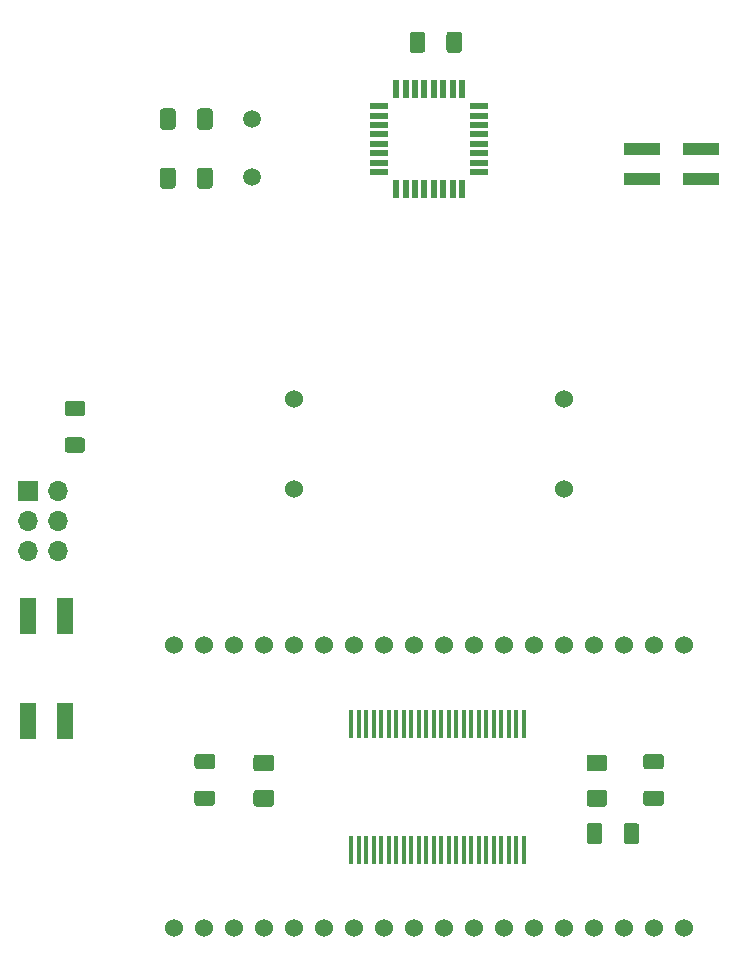
<source format=gbr>
%TF.GenerationSoftware,KiCad,Pcbnew,5.1.10*%
%TF.CreationDate,2021-09-26T09:19:48+10:00*%
%TF.ProjectId,pcb-main,7063622d-6d61-4696-9e2e-6b696361645f,rev?*%
%TF.SameCoordinates,Original*%
%TF.FileFunction,Soldermask,Top*%
%TF.FilePolarity,Negative*%
%FSLAX46Y46*%
G04 Gerber Fmt 4.6, Leading zero omitted, Abs format (unit mm)*
G04 Created by KiCad (PCBNEW 5.1.10) date 2021-09-26 09:19:48*
%MOMM*%
%LPD*%
G01*
G04 APERTURE LIST*
%ADD10R,1.400000X3.100000*%
%ADD11O,1.700000X1.700000*%
%ADD12R,1.700000X1.700000*%
%ADD13C,1.524000*%
%ADD14R,0.400000X2.400000*%
%ADD15R,3.150000X1.000000*%
%ADD16C,1.500000*%
%ADD17R,1.600000X0.550000*%
%ADD18R,0.550000X1.600000*%
G04 APERTURE END LIST*
D10*
%TO.C,U4*%
X119200000Y-117450000D03*
X116000000Y-117450000D03*
X116000000Y-108550000D03*
X119200000Y-108550000D03*
%TD*%
D11*
%TO.C,J1*%
X118540000Y-103080000D03*
X116000000Y-103080000D03*
X118540000Y-100540000D03*
X116000000Y-100540000D03*
X118540000Y-98000000D03*
D12*
X116000000Y-98000000D03*
%TD*%
D13*
%TO.C,U3*%
X128410880Y-111027040D03*
X130950880Y-111027040D03*
X133490880Y-111027040D03*
X136030880Y-111027040D03*
X138570880Y-111027040D03*
X141110880Y-111027040D03*
X143650880Y-111027040D03*
X146190880Y-111027040D03*
X148730880Y-111027040D03*
X151270880Y-111027040D03*
X153810880Y-111027040D03*
X156350880Y-111027040D03*
X158890880Y-111027040D03*
X161430880Y-111027040D03*
X163970880Y-111027040D03*
X166510880Y-111027040D03*
X169050880Y-111027040D03*
X171590880Y-111027040D03*
X171590880Y-135000000D03*
X169050880Y-135000000D03*
X166510880Y-135000000D03*
X163970880Y-135000000D03*
X161430880Y-135000000D03*
X158890880Y-135000000D03*
X156350880Y-135000000D03*
X153810880Y-135000000D03*
X151270880Y-135000000D03*
X148730880Y-135000000D03*
X146190880Y-135000000D03*
X143650880Y-135000000D03*
X141110880Y-135000000D03*
X138570880Y-135000000D03*
X136030880Y-135000000D03*
X133490880Y-135000000D03*
X130950880Y-135000000D03*
X128410880Y-135000000D03*
%TD*%
D14*
%TO.C,U2*%
X143397500Y-128350000D03*
X144032500Y-128350000D03*
X144667500Y-128350000D03*
X145302500Y-128350000D03*
X145937500Y-128350000D03*
X146572500Y-128350000D03*
X147207500Y-128350000D03*
X147842500Y-128350000D03*
X148477500Y-128350000D03*
X149112500Y-128350000D03*
X149747500Y-128350000D03*
X150382500Y-128350000D03*
X151017500Y-128350000D03*
X151652500Y-128350000D03*
X152287500Y-128350000D03*
X152922500Y-128350000D03*
X153557500Y-128350000D03*
X154192500Y-128350000D03*
X154827500Y-128350000D03*
X155462500Y-128350000D03*
X156097500Y-128350000D03*
X156732500Y-128350000D03*
X157367500Y-128350000D03*
X158002500Y-128350000D03*
X158002500Y-117750000D03*
X157367500Y-117750000D03*
X156732500Y-117750000D03*
X156097500Y-117750000D03*
X155462500Y-117750000D03*
X154827500Y-117750000D03*
X154192500Y-117750000D03*
X153557500Y-117750000D03*
X152922500Y-117750000D03*
X152287500Y-117750000D03*
X151652500Y-117750000D03*
X151017500Y-117750000D03*
X150382500Y-117750000D03*
X149747500Y-117750000D03*
X149112500Y-117750000D03*
X148477500Y-117750000D03*
X147842500Y-117750000D03*
X147207500Y-117750000D03*
X146572500Y-117750000D03*
X145937500Y-117750000D03*
X145302500Y-117750000D03*
X144667500Y-117750000D03*
X144032500Y-117750000D03*
X143397500Y-117750000D03*
%TD*%
D15*
%TO.C,J3*%
X173050000Y-71540000D03*
X168000000Y-71540000D03*
X173050000Y-69000000D03*
X168000000Y-69000000D03*
%TD*%
D13*
%TO.C,M1*%
X161430000Y-97810000D03*
X161430000Y-90190000D03*
X138570000Y-90190000D03*
X138570000Y-97810000D03*
%TD*%
%TO.C,C4*%
G36*
G01*
X166462500Y-127650001D02*
X166462500Y-126349999D01*
G75*
G02*
X166712499Y-126100000I249999J0D01*
G01*
X167537501Y-126100000D01*
G75*
G02*
X167787500Y-126349999I0J-249999D01*
G01*
X167787500Y-127650001D01*
G75*
G02*
X167537501Y-127900000I-249999J0D01*
G01*
X166712499Y-127900000D01*
G75*
G02*
X166462500Y-127650001I0J249999D01*
G01*
G37*
G36*
G01*
X163337500Y-127650001D02*
X163337500Y-126349999D01*
G75*
G02*
X163587499Y-126100000I249999J0D01*
G01*
X164412501Y-126100000D01*
G75*
G02*
X164662500Y-126349999I0J-249999D01*
G01*
X164662500Y-127650001D01*
G75*
G02*
X164412501Y-127900000I-249999J0D01*
G01*
X163587499Y-127900000D01*
G75*
G02*
X163337500Y-127650001I0J249999D01*
G01*
G37*
%TD*%
D16*
%TO.C,Y1*%
X135000000Y-71380000D03*
X135000000Y-66500000D03*
%TD*%
%TO.C,R7*%
G36*
G01*
X119375000Y-93450000D02*
X120625000Y-93450000D01*
G75*
G02*
X120875000Y-93700000I0J-250000D01*
G01*
X120875000Y-94500000D01*
G75*
G02*
X120625000Y-94750000I-250000J0D01*
G01*
X119375000Y-94750000D01*
G75*
G02*
X119125000Y-94500000I0J250000D01*
G01*
X119125000Y-93700000D01*
G75*
G02*
X119375000Y-93450000I250000J0D01*
G01*
G37*
G36*
G01*
X119375000Y-90350000D02*
X120625000Y-90350000D01*
G75*
G02*
X120875000Y-90600000I0J-250000D01*
G01*
X120875000Y-91400000D01*
G75*
G02*
X120625000Y-91650000I-250000J0D01*
G01*
X119375000Y-91650000D01*
G75*
G02*
X119125000Y-91400000I0J250000D01*
G01*
X119125000Y-90600000D01*
G75*
G02*
X119375000Y-90350000I250000J0D01*
G01*
G37*
%TD*%
%TO.C,C3*%
G36*
G01*
X128537500Y-70849999D02*
X128537500Y-72150001D01*
G75*
G02*
X128287501Y-72400000I-249999J0D01*
G01*
X127462499Y-72400000D01*
G75*
G02*
X127212500Y-72150001I0J249999D01*
G01*
X127212500Y-70849999D01*
G75*
G02*
X127462499Y-70600000I249999J0D01*
G01*
X128287501Y-70600000D01*
G75*
G02*
X128537500Y-70849999I0J-249999D01*
G01*
G37*
G36*
G01*
X131662500Y-70849999D02*
X131662500Y-72150001D01*
G75*
G02*
X131412501Y-72400000I-249999J0D01*
G01*
X130587499Y-72400000D01*
G75*
G02*
X130337500Y-72150001I0J249999D01*
G01*
X130337500Y-70849999D01*
G75*
G02*
X130587499Y-70600000I249999J0D01*
G01*
X131412501Y-70600000D01*
G75*
G02*
X131662500Y-70849999I0J-249999D01*
G01*
G37*
%TD*%
%TO.C,C2*%
G36*
G01*
X128537500Y-65849999D02*
X128537500Y-67150001D01*
G75*
G02*
X128287501Y-67400000I-249999J0D01*
G01*
X127462499Y-67400000D01*
G75*
G02*
X127212500Y-67150001I0J249999D01*
G01*
X127212500Y-65849999D01*
G75*
G02*
X127462499Y-65600000I249999J0D01*
G01*
X128287501Y-65600000D01*
G75*
G02*
X128537500Y-65849999I0J-249999D01*
G01*
G37*
G36*
G01*
X131662500Y-65849999D02*
X131662500Y-67150001D01*
G75*
G02*
X131412501Y-67400000I-249999J0D01*
G01*
X130587499Y-67400000D01*
G75*
G02*
X130337500Y-67150001I0J249999D01*
G01*
X130337500Y-65849999D01*
G75*
G02*
X130587499Y-65600000I249999J0D01*
G01*
X131412501Y-65600000D01*
G75*
G02*
X131662500Y-65849999I0J-249999D01*
G01*
G37*
%TD*%
%TO.C,C1*%
G36*
G01*
X151462500Y-60650001D02*
X151462500Y-59349999D01*
G75*
G02*
X151712499Y-59100000I249999J0D01*
G01*
X152537501Y-59100000D01*
G75*
G02*
X152787500Y-59349999I0J-249999D01*
G01*
X152787500Y-60650001D01*
G75*
G02*
X152537501Y-60900000I-249999J0D01*
G01*
X151712499Y-60900000D01*
G75*
G02*
X151462500Y-60650001I0J249999D01*
G01*
G37*
G36*
G01*
X148337500Y-60650001D02*
X148337500Y-59349999D01*
G75*
G02*
X148587499Y-59100000I249999J0D01*
G01*
X149412501Y-59100000D01*
G75*
G02*
X149662500Y-59349999I0J-249999D01*
G01*
X149662500Y-60650001D01*
G75*
G02*
X149412501Y-60900000I-249999J0D01*
G01*
X148587499Y-60900000D01*
G75*
G02*
X148337500Y-60650001I0J249999D01*
G01*
G37*
%TD*%
%TO.C,R6*%
G36*
G01*
X169625000Y-121550000D02*
X168375000Y-121550000D01*
G75*
G02*
X168125000Y-121300000I0J250000D01*
G01*
X168125000Y-120500000D01*
G75*
G02*
X168375000Y-120250000I250000J0D01*
G01*
X169625000Y-120250000D01*
G75*
G02*
X169875000Y-120500000I0J-250000D01*
G01*
X169875000Y-121300000D01*
G75*
G02*
X169625000Y-121550000I-250000J0D01*
G01*
G37*
G36*
G01*
X169625000Y-124650000D02*
X168375000Y-124650000D01*
G75*
G02*
X168125000Y-124400000I0J250000D01*
G01*
X168125000Y-123600000D01*
G75*
G02*
X168375000Y-123350000I250000J0D01*
G01*
X169625000Y-123350000D01*
G75*
G02*
X169875000Y-123600000I0J-250000D01*
G01*
X169875000Y-124400000D01*
G75*
G02*
X169625000Y-124650000I-250000J0D01*
G01*
G37*
%TD*%
%TO.C,R3*%
G36*
G01*
X131625000Y-121550000D02*
X130375000Y-121550000D01*
G75*
G02*
X130125000Y-121300000I0J250000D01*
G01*
X130125000Y-120500000D01*
G75*
G02*
X130375000Y-120250000I250000J0D01*
G01*
X131625000Y-120250000D01*
G75*
G02*
X131875000Y-120500000I0J-250000D01*
G01*
X131875000Y-121300000D01*
G75*
G02*
X131625000Y-121550000I-250000J0D01*
G01*
G37*
G36*
G01*
X131625000Y-124650000D02*
X130375000Y-124650000D01*
G75*
G02*
X130125000Y-124400000I0J250000D01*
G01*
X130125000Y-123600000D01*
G75*
G02*
X130375000Y-123350000I250000J0D01*
G01*
X131625000Y-123350000D01*
G75*
G02*
X131875000Y-123600000I0J-250000D01*
G01*
X131875000Y-124400000D01*
G75*
G02*
X131625000Y-124650000I-250000J0D01*
G01*
G37*
%TD*%
%TO.C,D14*%
G36*
G01*
X164825000Y-121737500D02*
X163575000Y-121737500D01*
G75*
G02*
X163325000Y-121487500I0J250000D01*
G01*
X163325000Y-120562500D01*
G75*
G02*
X163575000Y-120312500I250000J0D01*
G01*
X164825000Y-120312500D01*
G75*
G02*
X165075000Y-120562500I0J-250000D01*
G01*
X165075000Y-121487500D01*
G75*
G02*
X164825000Y-121737500I-250000J0D01*
G01*
G37*
G36*
G01*
X164825000Y-124712500D02*
X163575000Y-124712500D01*
G75*
G02*
X163325000Y-124462500I0J250000D01*
G01*
X163325000Y-123537500D01*
G75*
G02*
X163575000Y-123287500I250000J0D01*
G01*
X164825000Y-123287500D01*
G75*
G02*
X165075000Y-123537500I0J-250000D01*
G01*
X165075000Y-124462500D01*
G75*
G02*
X164825000Y-124712500I-250000J0D01*
G01*
G37*
%TD*%
%TO.C,D11*%
G36*
G01*
X136625000Y-121737500D02*
X135375000Y-121737500D01*
G75*
G02*
X135125000Y-121487500I0J250000D01*
G01*
X135125000Y-120562500D01*
G75*
G02*
X135375000Y-120312500I250000J0D01*
G01*
X136625000Y-120312500D01*
G75*
G02*
X136875000Y-120562500I0J-250000D01*
G01*
X136875000Y-121487500D01*
G75*
G02*
X136625000Y-121737500I-250000J0D01*
G01*
G37*
G36*
G01*
X136625000Y-124712500D02*
X135375000Y-124712500D01*
G75*
G02*
X135125000Y-124462500I0J250000D01*
G01*
X135125000Y-123537500D01*
G75*
G02*
X135375000Y-123287500I250000J0D01*
G01*
X136625000Y-123287500D01*
G75*
G02*
X136875000Y-123537500I0J-250000D01*
G01*
X136875000Y-124462500D01*
G75*
G02*
X136625000Y-124712500I-250000J0D01*
G01*
G37*
%TD*%
D17*
%TO.C,U1*%
X154250000Y-65400000D03*
X154250000Y-66200000D03*
X154250000Y-67000000D03*
X154250000Y-67800000D03*
X154250000Y-68600000D03*
X154250000Y-69400000D03*
X154250000Y-70200000D03*
X154250000Y-71000000D03*
D18*
X152800000Y-72450000D03*
X152000000Y-72450000D03*
X151200000Y-72450000D03*
X150400000Y-72450000D03*
X149600000Y-72450000D03*
X148800000Y-72450000D03*
X148000000Y-72450000D03*
X147200000Y-72450000D03*
D17*
X145750000Y-71000000D03*
X145750000Y-70200000D03*
X145750000Y-69400000D03*
X145750000Y-68600000D03*
X145750000Y-67800000D03*
X145750000Y-67000000D03*
X145750000Y-66200000D03*
X145750000Y-65400000D03*
D18*
X147200000Y-63950000D03*
X148000000Y-63950000D03*
X148800000Y-63950000D03*
X149600000Y-63950000D03*
X150400000Y-63950000D03*
X151200000Y-63950000D03*
X152000000Y-63950000D03*
X152800000Y-63950000D03*
%TD*%
M02*

</source>
